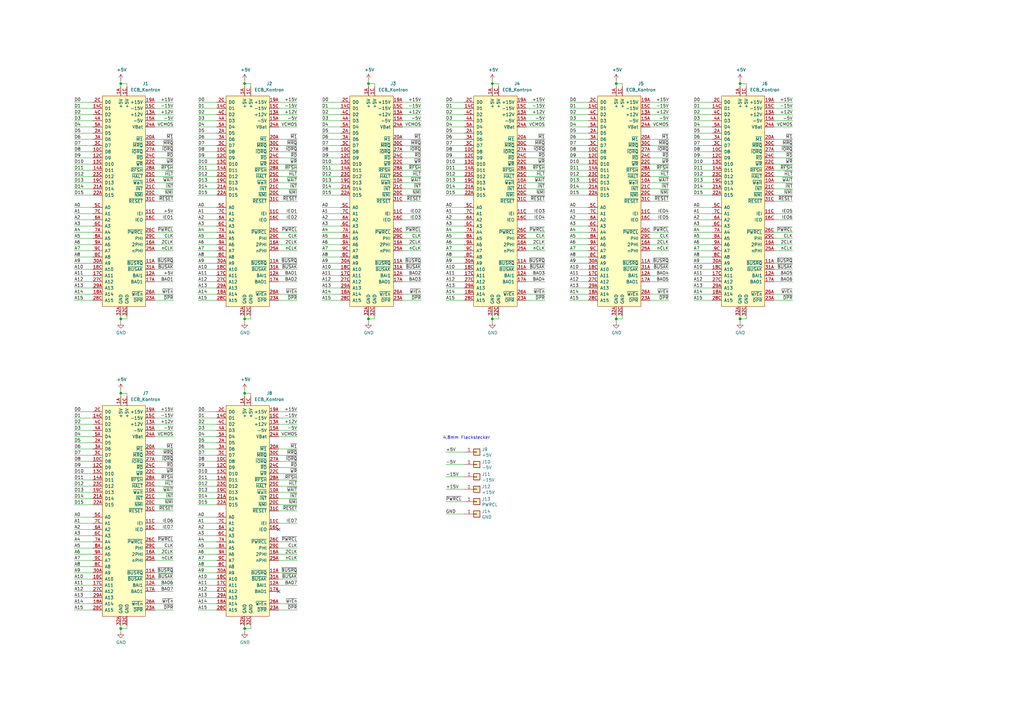
<source format=kicad_sch>
(kicad_sch (version 20230121) (generator eeschema)
  (paper "A3")
  (title_block (title "RackZ80 Backplane") (date "2021-03-17") (rev "1.0") (company "Jannik Kreucher"))
  (junction (at 100.33 257.81))
  (junction (at 49.53 130.81))
  (junction (at 49.53 161.29))
  (junction (at 252.73 130.81))
  (junction (at 100.33 161.29))
  (junction (at 49.53 257.81))
  (junction (at 49.53 34.29))
  (junction (at 303.53 34.29))
  (junction (at 100.33 130.81))
  (junction (at 303.53 130.81))
  (junction (at 151.13 130.81))
  (junction (at 100.33 34.29))
  (junction (at 201.93 34.29))
  (junction (at 252.73 34.29))
  (junction (at 151.13 34.29))
  (junction (at 201.93 130.81))
  (no_connect (at 114.3 217.17))
  (no_connect (at 114.3 242.57))
  (wire (pts (xy 190.5 59.69) (xy 182.88 59.69)))
  (wire (pts (xy 165.1 82.55) (xy 172.72 82.55)))
  (wire (pts (xy 114.3 224.79) (xy 121.92 224.79)))
  (wire (pts (xy 114.3 41.91) (xy 121.92 41.91)))
  (wire (pts (xy 88.9 222.25) (xy 81.28 222.25)))
  (wire (pts (xy 38.1 242.57) (xy 30.48 242.57)))
  (wire (pts (xy 190.5 80.01) (xy 182.88 80.01)))
  (wire (pts (xy 215.9 82.55) (xy 223.52 82.55)))
  (wire (pts (xy 241.3 77.47) (xy 233.68 77.47)))
  (wire (pts (xy 38.1 250.19) (xy 30.48 250.19)))
  (wire (pts (xy 88.9 115.57) (xy 81.28 115.57)))
  (wire (pts (xy 201.93 34.29) (xy 201.93 35.56)))
  (wire (pts (xy 190.5 67.31) (xy 182.88 67.31)))
  (wire (pts (xy 63.5 189.23) (xy 71.12 189.23)))
  (wire (pts (xy 165.1 107.95) (xy 172.72 107.95)))
  (wire (pts (xy 201.93 33.02) (xy 201.93 34.29)))
  (wire (pts (xy 49.53 257.81) (xy 49.53 259.08)))
  (wire (pts (xy 38.1 105.41) (xy 30.48 105.41)))
  (wire (pts (xy 88.9 181.61) (xy 81.28 181.61)))
  (wire (pts (xy 63.5 102.87) (xy 71.12 102.87)))
  (wire (pts (xy 241.3 67.31) (xy 233.68 67.31)))
  (wire (pts (xy 63.5 59.69) (xy 71.12 59.69)))
  (wire (pts (xy 165.1 46.99) (xy 172.72 46.99)))
  (wire (pts (xy 88.9 204.47) (xy 81.28 204.47)))
  (wire (pts (xy 215.9 57.15) (xy 223.52 57.15)))
  (wire (pts (xy 63.5 69.85) (xy 71.12 69.85)))
  (wire (pts (xy 49.53 256.54) (xy 49.53 257.81)))
  (wire (pts (xy 63.5 186.69) (xy 71.12 186.69)))
  (wire (pts (xy 266.7 100.33) (xy 274.32 100.33)))
  (wire (pts (xy 215.9 95.25) (xy 223.52 95.25)))
  (wire (pts (xy 190.5 87.63) (xy 182.88 87.63)))
  (wire (pts (xy 317.5 90.17) (xy 325.12 90.17)))
  (wire (pts (xy 165.1 59.69) (xy 172.72 59.69)))
  (wire (pts (xy 317.5 46.99) (xy 325.12 46.99)))
  (wire (pts (xy 88.9 240.03) (xy 81.28 240.03)))
  (wire (pts (xy 38.1 176.53) (xy 30.48 176.53)))
  (wire (pts (xy 165.1 90.17) (xy 172.72 90.17)))
  (wire (pts (xy 165.1 52.07) (xy 172.72 52.07)))
  (wire (pts (xy 38.1 186.69) (xy 30.48 186.69)))
  (wire (pts (xy 100.33 34.29) (xy 100.33 35.56)))
  (wire (pts (xy 139.7 57.15) (xy 132.08 57.15)))
  (wire (pts (xy 38.1 194.31) (xy 30.48 194.31)))
  (wire (pts (xy 38.1 204.47) (xy 30.48 204.47)))
  (wire (pts (xy 63.5 176.53) (xy 71.12 176.53)))
  (wire (pts (xy 241.3 87.63) (xy 233.68 87.63)))
  (wire (pts (xy 114.3 191.77) (xy 121.92 191.77)))
  (wire (pts (xy 292.1 41.91) (xy 284.48 41.91)))
  (wire (pts (xy 114.3 69.85) (xy 121.92 69.85)))
  (wire (pts (xy 114.3 234.95) (xy 121.92 234.95)))
  (wire (pts (xy 241.3 118.11) (xy 233.68 118.11)))
  (wire (pts (xy 102.87 130.81) (xy 100.33 130.81)))
  (wire (pts (xy 241.3 105.41) (xy 233.68 105.41)))
  (wire (pts (xy 252.73 130.81) (xy 252.73 132.08)))
  (wire (pts (xy 88.9 234.95) (xy 81.28 234.95)))
  (wire (pts (xy 114.3 207.01) (xy 121.92 207.01)))
  (wire (pts (xy 88.9 100.33) (xy 81.28 100.33)))
  (wire (pts (xy 317.5 49.53) (xy 325.12 49.53)))
  (wire (pts (xy 292.1 118.11) (xy 284.48 118.11)))
  (wire (pts (xy 38.1 87.63) (xy 30.48 87.63)))
  (wire (pts (xy 38.1 212.09) (xy 30.48 212.09)))
  (wire (pts (xy 114.3 44.45) (xy 121.92 44.45)))
  (wire (pts (xy 139.7 92.71) (xy 132.08 92.71)))
  (wire (pts (xy 88.9 69.85) (xy 81.28 69.85)))
  (wire (pts (xy 63.5 247.65) (xy 71.12 247.65)))
  (wire (pts (xy 266.7 115.57) (xy 274.32 115.57)))
  (wire (pts (xy 88.9 59.69) (xy 81.28 59.69)))
  (wire (pts (xy 292.1 72.39) (xy 284.48 72.39)))
  (wire (pts (xy 88.9 245.11) (xy 81.28 245.11)))
  (wire (pts (xy 139.7 69.85) (xy 132.08 69.85)))
  (wire (pts (xy 190.5 77.47) (xy 182.88 77.47)))
  (wire (pts (xy 139.7 49.53) (xy 132.08 49.53)))
  (wire (pts (xy 241.3 110.49) (xy 233.68 110.49)))
  (wire (pts (xy 114.3 173.99) (xy 121.92 173.99)))
  (wire (pts (xy 63.5 234.95) (xy 71.12 234.95)))
  (wire (pts (xy 182.88 195.58) (xy 190.5 195.58)))
  (wire (pts (xy 266.7 57.15) (xy 274.32 57.15)))
  (wire (pts (xy 190.5 44.45) (xy 182.88 44.45)))
  (wire (pts (xy 88.9 242.57) (xy 81.28 242.57)))
  (wire (pts (xy 114.3 64.77) (xy 121.92 64.77)))
  (wire (pts (xy 215.9 97.79) (xy 223.52 97.79)))
  (wire (pts (xy 63.5 49.53) (xy 71.12 49.53)))
  (wire (pts (xy 190.5 107.95) (xy 182.88 107.95)))
  (wire (pts (xy 190.5 41.91) (xy 182.88 41.91)))
  (wire (pts (xy 88.9 217.17) (xy 81.28 217.17)))
  (wire (pts (xy 88.9 199.39) (xy 81.28 199.39)))
  (wire (pts (xy 292.1 57.15) (xy 284.48 57.15)))
  (wire (pts (xy 139.7 54.61) (xy 132.08 54.61)))
  (wire (pts (xy 266.7 123.19) (xy 274.32 123.19)))
  (wire (pts (xy 63.5 201.93) (xy 71.12 201.93)))
  (wire (pts (xy 63.5 87.63) (xy 71.12 87.63)))
  (wire (pts (xy 317.5 82.55) (xy 325.12 82.55)))
  (wire (pts (xy 292.1 80.01) (xy 284.48 80.01)))
  (wire (pts (xy 215.9 64.77) (xy 223.52 64.77)))
  (wire (pts (xy 215.9 113.03) (xy 223.52 113.03)))
  (wire (pts (xy 38.1 64.77) (xy 30.48 64.77)))
  (wire (pts (xy 38.1 62.23) (xy 30.48 62.23)))
  (wire (pts (xy 38.1 69.85) (xy 30.48 69.85)))
  (wire (pts (xy 241.3 44.45) (xy 233.68 44.45)))
  (wire (pts (xy 153.67 35.56) (xy 153.67 34.29)))
  (wire (pts (xy 252.73 129.54) (xy 252.73 130.81)))
  (wire (pts (xy 63.5 199.39) (xy 71.12 199.39)))
  (wire (pts (xy 292.1 85.09) (xy 284.48 85.09)))
  (wire (pts (xy 292.1 52.07) (xy 284.48 52.07)))
  (wire (pts (xy 317.5 107.95) (xy 325.12 107.95)))
  (wire (pts (xy 38.1 179.07) (xy 30.48 179.07)))
  (wire (pts (xy 114.3 237.49) (xy 121.92 237.49)))
  (wire (pts (xy 38.1 247.65) (xy 30.48 247.65)))
  (wire (pts (xy 241.3 97.79) (xy 233.68 97.79)))
  (wire (pts (xy 165.1 62.23) (xy 172.72 62.23)))
  (wire (pts (xy 88.9 74.93) (xy 81.28 74.93)))
  (wire (pts (xy 215.9 69.85) (xy 223.52 69.85)))
  (wire (pts (xy 139.7 100.33) (xy 132.08 100.33)))
  (wire (pts (xy 139.7 62.23) (xy 132.08 62.23)))
  (wire (pts (xy 190.5 46.99) (xy 182.88 46.99)))
  (wire (pts (xy 266.7 46.99) (xy 274.32 46.99)))
  (wire (pts (xy 63.5 110.49) (xy 71.12 110.49)))
  (wire (pts (xy 266.7 74.93) (xy 274.32 74.93)))
  (wire (pts (xy 190.5 95.25) (xy 182.88 95.25)))
  (wire (pts (xy 63.5 222.25) (xy 71.12 222.25)))
  (wire (pts (xy 88.9 77.47) (xy 81.28 77.47)))
  (wire (pts (xy 204.47 130.81) (xy 201.93 130.81)))
  (wire (pts (xy 38.1 46.99) (xy 30.48 46.99)))
  (wire (pts (xy 190.5 49.53) (xy 182.88 49.53)))
  (wire (pts (xy 114.3 115.57) (xy 121.92 115.57)))
  (wire (pts (xy 303.53 33.02) (xy 303.53 34.29)))
  (wire (pts (xy 241.3 123.19) (xy 233.68 123.19)))
  (wire (pts (xy 38.1 181.61) (xy 30.48 181.61)))
  (wire (pts (xy 63.5 120.65) (xy 71.12 120.65)))
  (wire (pts (xy 63.5 82.55) (xy 71.12 82.55)))
  (wire (pts (xy 102.87 35.56) (xy 102.87 34.29)))
  (wire (pts (xy 266.7 72.39) (xy 274.32 72.39)))
  (wire (pts (xy 292.1 46.99) (xy 284.48 46.99)))
  (wire (pts (xy 241.3 120.65) (xy 233.68 120.65)))
  (wire (pts (xy 306.07 34.29) (xy 303.53 34.29)))
  (wire (pts (xy 317.5 77.47) (xy 325.12 77.47)))
  (wire (pts (xy 266.7 64.77) (xy 274.32 64.77)))
  (wire (pts (xy 190.5 118.11) (xy 182.88 118.11)))
  (wire (pts (xy 303.53 129.54) (xy 303.53 130.81)))
  (wire (pts (xy 38.1 245.11) (xy 30.48 245.11)))
  (wire (pts (xy 63.5 207.01) (xy 71.12 207.01)))
  (wire (pts (xy 139.7 95.25) (xy 132.08 95.25)))
  (wire (pts (xy 204.47 34.29) (xy 201.93 34.29)))
  (wire (pts (xy 151.13 130.81) (xy 151.13 132.08)))
  (wire (pts (xy 88.9 90.17) (xy 81.28 90.17)))
  (wire (pts (xy 63.5 52.07) (xy 71.12 52.07)))
  (wire (pts (xy 38.1 107.95) (xy 30.48 107.95)))
  (wire (pts (xy 255.27 130.81) (xy 252.73 130.81)))
  (wire (pts (xy 63.5 100.33) (xy 71.12 100.33)))
  (wire (pts (xy 88.9 95.25) (xy 81.28 95.25)))
  (wire (pts (xy 114.3 113.03) (xy 121.92 113.03)))
  (wire (pts (xy 88.9 54.61) (xy 81.28 54.61)))
  (wire (pts (xy 63.5 209.55) (xy 71.12 209.55)))
  (wire (pts (xy 88.9 184.15) (xy 81.28 184.15)))
  (wire (pts (xy 63.5 62.23) (xy 71.12 62.23)))
  (wire (pts (xy 190.5 105.41) (xy 182.88 105.41)))
  (wire (pts (xy 241.3 80.01) (xy 233.68 80.01)))
  (wire (pts (xy 252.73 34.29) (xy 252.73 35.56)))
  (wire (pts (xy 139.7 85.09) (xy 132.08 85.09)))
  (wire (pts (xy 241.3 54.61) (xy 233.68 54.61)))
  (wire (pts (xy 49.53 161.29) (xy 49.53 162.56)))
  (wire (pts (xy 114.3 80.01) (xy 121.92 80.01)))
  (wire (pts (xy 317.5 62.23) (xy 325.12 62.23)))
  (wire (pts (xy 190.5 123.19) (xy 182.88 123.19)))
  (wire (pts (xy 63.5 173.99) (xy 71.12 173.99)))
  (wire (pts (xy 201.93 129.54) (xy 201.93 130.81)))
  (wire (pts (xy 317.5 69.85) (xy 325.12 69.85)))
  (wire (pts (xy 292.1 49.53) (xy 284.48 49.53)))
  (wire (pts (xy 88.9 212.09) (xy 81.28 212.09)))
  (wire (pts (xy 139.7 87.63) (xy 132.08 87.63)))
  (wire (pts (xy 38.1 85.09) (xy 30.48 85.09)))
  (wire (pts (xy 266.7 80.01) (xy 274.32 80.01)))
  (wire (pts (xy 114.3 102.87) (xy 121.92 102.87)))
  (wire (pts (xy 88.9 168.91) (xy 81.28 168.91)))
  (wire (pts (xy 317.5 59.69) (xy 325.12 59.69)))
  (wire (pts (xy 52.07 34.29) (xy 49.53 34.29)))
  (wire (pts (xy 38.1 77.47) (xy 30.48 77.47)))
  (wire (pts (xy 38.1 41.91) (xy 30.48 41.91)))
  (wire (pts (xy 292.1 97.79) (xy 284.48 97.79)))
  (wire (pts (xy 317.5 57.15) (xy 325.12 57.15)))
  (wire (pts (xy 100.33 33.02) (xy 100.33 34.29)))
  (wire (pts (xy 317.5 44.45) (xy 325.12 44.45)))
  (wire (pts (xy 63.5 80.01) (xy 71.12 80.01)))
  (wire (pts (xy 49.53 160.02) (xy 49.53 161.29)))
  (wire (pts (xy 139.7 107.95) (xy 132.08 107.95)))
  (wire (pts (xy 114.3 247.65) (xy 121.92 247.65)))
  (wire (pts (xy 266.7 59.69) (xy 274.32 59.69)))
  (wire (pts (xy 114.3 67.31) (xy 121.92 67.31)))
  (wire (pts (xy 63.5 41.91) (xy 71.12 41.91)))
  (wire (pts (xy 63.5 217.17) (xy 71.12 217.17)))
  (wire (pts (xy 49.53 33.02) (xy 49.53 34.29)))
  (wire (pts (xy 215.9 74.93) (xy 223.52 74.93)))
  (wire (pts (xy 88.9 194.31) (xy 81.28 194.31)))
  (wire (pts (xy 63.5 242.57) (xy 71.12 242.57)))
  (wire (pts (xy 306.07 130.81) (xy 303.53 130.81)))
  (wire (pts (xy 114.3 204.47) (xy 121.92 204.47)))
  (wire (pts (xy 38.1 72.39) (xy 30.48 72.39)))
  (wire (pts (xy 63.5 227.33) (xy 71.12 227.33)))
  (wire (pts (xy 241.3 115.57) (xy 233.68 115.57)))
  (wire (pts (xy 165.1 69.85) (xy 172.72 69.85)))
  (wire (pts (xy 204.47 129.54) (xy 204.47 130.81)))
  (wire (pts (xy 114.3 186.69) (xy 121.92 186.69)))
  (wire (pts (xy 153.67 129.54) (xy 153.67 130.81)))
  (wire (pts (xy 139.7 67.31) (xy 132.08 67.31)))
  (wire (pts (xy 88.9 102.87) (xy 81.28 102.87)))
  (wire (pts (xy 63.5 123.19) (xy 71.12 123.19)))
  (wire (pts (xy 88.9 92.71) (xy 81.28 92.71)))
  (wire (pts (xy 139.7 46.99) (xy 132.08 46.99)))
  (wire (pts (xy 88.9 186.69) (xy 81.28 186.69)))
  (wire (pts (xy 266.7 87.63) (xy 274.32 87.63)))
  (wire (pts (xy 49.53 130.81) (xy 49.53 132.08)))
  (wire (pts (xy 38.1 234.95) (xy 30.48 234.95)))
  (wire (pts (xy 88.9 85.09) (xy 81.28 85.09)))
  (wire (pts (xy 52.07 162.56) (xy 52.07 161.29)))
  (wire (pts (xy 139.7 90.17) (xy 132.08 90.17)))
  (wire (pts (xy 114.3 57.15) (xy 121.92 57.15)))
  (wire (pts (xy 317.5 97.79) (xy 325.12 97.79)))
  (wire (pts (xy 241.3 41.91) (xy 233.68 41.91)))
  (wire (pts (xy 303.53 34.29) (xy 303.53 35.56)))
  (wire (pts (xy 182.88 185.42) (xy 190.5 185.42)))
  (wire (pts (xy 88.9 64.77) (xy 81.28 64.77)))
  (wire (pts (xy 38.1 224.79) (xy 30.48 224.79)))
  (wire (pts (xy 38.1 57.15) (xy 30.48 57.15)))
  (wire (pts (xy 165.1 67.31) (xy 172.72 67.31)))
  (wire (pts (xy 317.5 72.39) (xy 325.12 72.39)))
  (wire (pts (xy 165.1 100.33) (xy 172.72 100.33)))
  (wire (pts (xy 114.3 199.39) (xy 121.92 199.39)))
  (wire (pts (xy 52.07 161.29) (xy 49.53 161.29)))
  (wire (pts (xy 317.5 87.63) (xy 325.12 87.63)))
  (wire (pts (xy 88.9 62.23) (xy 81.28 62.23)))
  (wire (pts (xy 38.1 80.01) (xy 30.48 80.01)))
  (wire (pts (xy 165.1 44.45) (xy 172.72 44.45)))
  (wire (pts (xy 266.7 49.53) (xy 274.32 49.53)))
  (wire (pts (xy 190.5 90.17) (xy 182.88 90.17)))
  (wire (pts (xy 317.5 64.77) (xy 325.12 64.77)))
  (wire (pts (xy 114.3 97.79) (xy 121.92 97.79)))
  (wire (pts (xy 317.5 100.33) (xy 325.12 100.33)))
  (wire (pts (xy 292.1 77.47) (xy 284.48 77.47)))
  (wire (pts (xy 38.1 118.11) (xy 30.48 118.11)))
  (wire (pts (xy 114.3 87.63) (xy 121.92 87.63)))
  (wire (pts (xy 38.1 120.65) (xy 30.48 120.65)))
  (wire (pts (xy 215.9 123.19) (xy 223.52 123.19)))
  (wire (pts (xy 114.3 229.87) (xy 121.92 229.87)))
  (wire (pts (xy 241.3 102.87) (xy 233.68 102.87)))
  (wire (pts (xy 38.1 227.33) (xy 30.48 227.33)))
  (wire (pts (xy 190.5 52.07) (xy 182.88 52.07)))
  (wire (pts (xy 114.3 194.31) (xy 121.92 194.31)))
  (wire (pts (xy 38.1 219.71) (xy 30.48 219.71)))
  (wire (pts (xy 88.9 219.71) (xy 81.28 219.71)))
  (wire (pts (xy 38.1 191.77) (xy 30.48 191.77)))
  (wire (pts (xy 38.1 184.15) (xy 30.48 184.15)))
  (wire (pts (xy 241.3 85.09) (xy 233.68 85.09)))
  (wire (pts (xy 266.7 67.31) (xy 274.32 67.31)))
  (wire (pts (xy 63.5 237.49) (xy 71.12 237.49)))
  (wire (pts (xy 88.9 113.03) (xy 81.28 113.03)))
  (wire (pts (xy 139.7 115.57) (xy 132.08 115.57)))
  (wire (pts (xy 88.9 57.15) (xy 81.28 57.15)))
  (wire (pts (xy 88.9 123.19) (xy 81.28 123.19)))
  (wire (pts (xy 204.47 35.56) (xy 204.47 34.29)))
  (wire (pts (xy 165.1 123.19) (xy 172.72 123.19)))
  (wire (pts (xy 303.53 130.81) (xy 303.53 132.08)))
  (wire (pts (xy 190.5 69.85) (xy 182.88 69.85)))
  (wire (pts (xy 139.7 120.65) (xy 132.08 120.65)))
  (wire (pts (xy 38.1 189.23) (xy 30.48 189.23)))
  (wire (pts (xy 190.5 120.65) (xy 182.88 120.65)))
  (wire (pts (xy 190.5 74.93) (xy 182.88 74.93)))
  (wire (pts (xy 139.7 102.87) (xy 132.08 102.87)))
  (wire (pts (xy 38.1 97.79) (xy 30.48 97.79)))
  (wire (pts (xy 317.5 41.91) (xy 325.12 41.91)))
  (wire (pts (xy 292.1 95.25) (xy 284.48 95.25)))
  (wire (pts (xy 114.3 201.93) (xy 121.92 201.93)))
  (wire (pts (xy 165.1 74.93) (xy 172.72 74.93)))
  (wire (pts (xy 114.3 62.23) (xy 121.92 62.23)))
  (wire (pts (xy 241.3 107.95) (xy 233.68 107.95)))
  (wire (pts (xy 241.3 62.23) (xy 233.68 62.23)))
  (wire (pts (xy 241.3 69.85) (xy 233.68 69.85)))
  (wire (pts (xy 114.3 250.19) (xy 121.92 250.19)))
  (wire (pts (xy 63.5 46.99) (xy 71.12 46.99)))
  (wire (pts (xy 292.1 59.69) (xy 284.48 59.69)))
  (wire (pts (xy 182.88 210.82) (xy 190.5 210.82)))
  (wire (pts (xy 114.3 46.99) (xy 121.92 46.99)))
  (wire (pts (xy 215.9 120.65) (xy 223.52 120.65)))
  (wire (pts (xy 88.9 171.45) (xy 81.28 171.45)))
  (wire (pts (xy 292.1 54.61) (xy 284.48 54.61)))
  (wire (pts (xy 139.7 77.47) (xy 132.08 77.47)))
  (wire (pts (xy 190.5 115.57) (xy 182.88 115.57)))
  (wire (pts (xy 139.7 123.19) (xy 132.08 123.19)))
  (wire (pts (xy 215.9 77.47) (xy 223.52 77.47)))
  (wire (pts (xy 114.3 90.17) (xy 121.92 90.17)))
  (wire (pts (xy 139.7 105.41) (xy 132.08 105.41)))
  (wire (pts (xy 165.1 102.87) (xy 172.72 102.87)))
  (wire (pts (xy 63.5 240.03) (xy 71.12 240.03)))
  (wire (pts (xy 88.9 224.79) (xy 81.28 224.79)))
  (wire (pts (xy 100.33 257.81) (xy 100.33 259.08)))
  (wire (pts (xy 292.1 90.17) (xy 284.48 90.17)))
  (wire (pts (xy 88.9 196.85) (xy 81.28 196.85)))
  (wire (pts (xy 241.3 46.99) (xy 233.68 46.99)))
  (wire (pts (xy 52.07 35.56) (xy 52.07 34.29)))
  (wire (pts (xy 201.93 130.81) (xy 201.93 132.08)))
  (wire (pts (xy 306.07 35.56) (xy 306.07 34.29)))
  (wire (pts (xy 190.5 85.09) (xy 182.88 85.09)))
  (wire (pts (xy 139.7 74.93) (xy 132.08 74.93)))
  (wire (pts (xy 52.07 130.81) (xy 49.53 130.81)))
  (wire (pts (xy 38.1 237.49) (xy 30.48 237.49)))
  (wire (pts (xy 215.9 44.45) (xy 223.52 44.45)))
  (wire (pts (xy 63.5 72.39) (xy 71.12 72.39)))
  (wire (pts (xy 266.7 41.91) (xy 274.32 41.91)))
  (wire (pts (xy 63.5 196.85) (xy 71.12 196.85)))
  (wire (pts (xy 317.5 74.93) (xy 325.12 74.93)))
  (wire (pts (xy 165.1 57.15) (xy 172.72 57.15)))
  (wire (pts (xy 49.53 129.54) (xy 49.53 130.81)))
  (wire (pts (xy 266.7 107.95) (xy 274.32 107.95)))
  (wire (pts (xy 63.5 67.31) (xy 71.12 67.31)))
  (wire (pts (xy 88.9 120.65) (xy 81.28 120.65)))
  (wire (pts (xy 190.5 100.33) (xy 182.88 100.33)))
  (wire (pts (xy 215.9 80.01) (xy 223.52 80.01)))
  (wire (pts (xy 88.9 250.19) (xy 81.28 250.19)))
  (wire (pts (xy 165.1 95.25) (xy 172.72 95.25)))
  (wire (pts (xy 63.5 194.31) (xy 71.12 194.31)))
  (wire (pts (xy 38.1 229.87) (xy 30.48 229.87)))
  (wire (pts (xy 88.9 214.63) (xy 81.28 214.63)))
  (wire (pts (xy 139.7 118.11) (xy 132.08 118.11)))
  (wire (pts (xy 114.3 189.23) (xy 121.92 189.23)))
  (wire (pts (xy 182.88 205.74) (xy 190.5 205.74)))
  (wire (pts (xy 63.5 204.47) (xy 71.12 204.47)))
  (wire (pts (xy 165.1 115.57) (xy 172.72 115.57)))
  (wire (pts (xy 139.7 64.77) (xy 132.08 64.77)))
  (wire (pts (xy 88.9 118.11) (xy 81.28 118.11)))
  (wire (pts (xy 63.5 44.45) (xy 71.12 44.45)))
  (wire (pts (xy 88.9 72.39) (xy 81.28 72.39)))
  (wire (pts (xy 52.07 256.54) (xy 52.07 257.81)))
  (wire (pts (xy 38.1 232.41) (xy 30.48 232.41)))
  (wire (pts (xy 292.1 44.45) (xy 284.48 44.45)))
  (wire (pts (xy 215.9 59.69) (xy 223.52 59.69)))
  (wire (pts (xy 114.3 52.07) (xy 121.92 52.07)))
  (wire (pts (xy 292.1 105.41) (xy 284.48 105.41)))
  (wire (pts (xy 102.87 34.29) (xy 100.33 34.29)))
  (wire (pts (xy 100.33 129.54) (xy 100.33 130.81)))
  (wire (pts (xy 114.3 82.55) (xy 121.92 82.55)))
  (wire (pts (xy 266.7 120.65) (xy 274.32 120.65)))
  (wire (pts (xy 139.7 80.01) (xy 132.08 80.01)))
  (wire (pts (xy 38.1 196.85) (xy 30.48 196.85)))
  (wire (pts (xy 63.5 168.91) (xy 71.12 168.91)))
  (wire (pts (xy 88.9 201.93) (xy 81.28 201.93)))
  (wire (pts (xy 114.3 49.53) (xy 121.92 49.53)))
  (wire (pts (xy 63.5 191.77) (xy 71.12 191.77)))
  (wire (pts (xy 114.3 59.69) (xy 121.92 59.69)))
  (wire (pts (xy 38.1 102.87) (xy 30.48 102.87)))
  (wire (pts (xy 88.9 173.99) (xy 81.28 173.99)))
  (wire (pts (xy 38.1 115.57) (xy 30.48 115.57)))
  (wire (pts (xy 190.5 64.77) (xy 182.88 64.77)))
  (wire (pts (xy 266.7 77.47) (xy 274.32 77.47)))
  (wire (pts (xy 241.3 74.93) (xy 233.68 74.93)))
  (wire (pts (xy 292.1 115.57) (xy 284.48 115.57)))
  (wire (pts (xy 215.9 90.17) (xy 223.52 90.17)))
  (wire (pts (xy 63.5 184.15) (xy 71.12 184.15)))
  (wire (pts (xy 114.3 179.07) (xy 121.92 179.07)))
  (wire (pts (xy 255.27 35.56) (xy 255.27 34.29)))
  (wire (pts (xy 139.7 44.45) (xy 132.08 44.45)))
  (wire (pts (xy 63.5 113.03) (xy 71.12 113.03)))
  (wire (pts (xy 317.5 110.49) (xy 325.12 110.49)))
  (wire (pts (xy 88.9 87.63) (xy 81.28 87.63)))
  (wire (pts (xy 114.3 196.85) (xy 121.92 196.85)))
  (wire (pts (xy 190.5 110.49) (xy 182.88 110.49)))
  (wire (pts (xy 241.3 113.03) (xy 233.68 113.03)))
  (wire (pts (xy 266.7 52.07) (xy 274.32 52.07)))
  (wire (pts (xy 38.1 217.17) (xy 30.48 217.17)))
  (wire (pts (xy 255.27 129.54) (xy 255.27 130.81)))
  (wire (pts (xy 139.7 72.39) (xy 132.08 72.39)))
  (wire (pts (xy 266.7 110.49) (xy 274.32 110.49)))
  (wire (pts (xy 38.1 59.69) (xy 30.48 59.69)))
  (wire (pts (xy 252.73 33.02) (xy 252.73 34.29)))
  (wire (pts (xy 292.1 123.19) (xy 284.48 123.19)))
  (wire (pts (xy 215.9 67.31) (xy 223.52 67.31)))
  (wire (pts (xy 215.9 107.95) (xy 223.52 107.95)))
  (wire (pts (xy 215.9 110.49) (xy 223.52 110.49)))
  (wire (pts (xy 190.5 57.15) (xy 182.88 57.15)))
  (wire (pts (xy 241.3 100.33) (xy 233.68 100.33)))
  (wire (pts (xy 165.1 113.03) (xy 172.72 113.03)))
  (wire (pts (xy 306.07 129.54) (xy 306.07 130.81)))
  (wire (pts (xy 49.53 34.29) (xy 49.53 35.56)))
  (wire (pts (xy 38.1 95.25) (xy 30.48 95.25)))
  (wire (pts (xy 114.3 95.25) (xy 121.92 95.25)))
  (wire (pts (xy 292.1 87.63) (xy 284.48 87.63)))
  (wire (pts (xy 38.1 214.63) (xy 30.48 214.63)))
  (wire (pts (xy 292.1 74.93) (xy 284.48 74.93)))
  (wire (pts (xy 88.9 191.77) (xy 81.28 191.77)))
  (wire (pts (xy 114.3 214.63) (xy 121.92 214.63)))
  (wire (pts (xy 241.3 72.39) (xy 233.68 72.39)))
  (wire (pts (xy 215.9 46.99) (xy 223.52 46.99)))
  (wire (pts (xy 114.3 222.25) (xy 121.92 222.25)))
  (wire (pts (xy 88.9 52.07) (xy 81.28 52.07)))
  (wire (pts (xy 114.3 227.33) (xy 121.92 227.33)))
  (wire (pts (xy 241.3 92.71) (xy 233.68 92.71)))
  (wire (pts (xy 38.1 44.45) (xy 30.48 44.45)))
  (wire (pts (xy 88.9 80.01) (xy 81.28 80.01)))
  (wire (pts (xy 88.9 207.01) (xy 81.28 207.01)))
  (wire (pts (xy 88.9 49.53) (xy 81.28 49.53)))
  (wire (pts (xy 151.13 34.29) (xy 151.13 35.56)))
  (wire (pts (xy 100.33 130.81) (xy 100.33 132.08)))
  (wire (pts (xy 190.5 92.71) (xy 182.88 92.71)))
  (wire (pts (xy 317.5 120.65) (xy 325.12 120.65)))
  (wire (pts (xy 190.5 102.87) (xy 182.88 102.87)))
  (wire (pts (xy 114.3 72.39) (xy 121.92 72.39)))
  (wire (pts (xy 317.5 113.03) (xy 325.12 113.03)))
  (wire (pts (xy 63.5 74.93) (xy 71.12 74.93)))
  (wire (pts (xy 190.5 62.23) (xy 182.88 62.23)))
  (wire (pts (xy 266.7 82.55) (xy 274.32 82.55)))
  (wire (pts (xy 38.1 207.01) (xy 30.48 207.01)))
  (wire (pts (xy 317.5 95.25) (xy 325.12 95.25)))
  (wire (pts (xy 102.87 162.56) (xy 102.87 161.29)))
  (wire (pts (xy 88.9 44.45) (xy 81.28 44.45)))
  (wire (pts (xy 241.3 49.53) (xy 233.68 49.53)))
  (wire (pts (xy 88.9 107.95) (xy 81.28 107.95)))
  (wire (pts (xy 215.9 62.23) (xy 223.52 62.23)))
  (wire (pts (xy 241.3 57.15) (xy 233.68 57.15)))
  (wire (pts (xy 292.1 62.23) (xy 284.48 62.23)))
  (wire (pts (xy 38.1 168.91) (xy 30.48 168.91)))
  (wire (pts (xy 114.3 110.49) (xy 121.92 110.49)))
  (wire (pts (xy 266.7 97.79) (xy 274.32 97.79)))
  (wire (pts (xy 292.1 110.49) (xy 284.48 110.49)))
  (wire (pts (xy 100.33 256.54) (xy 100.33 257.81)))
  (wire (pts (xy 266.7 90.17) (xy 274.32 90.17)))
  (wire (pts (xy 52.07 257.81) (xy 49.53 257.81)))
  (wire (pts (xy 165.1 64.77) (xy 172.72 64.77)))
  (wire (pts (xy 102.87 256.54) (xy 102.87 257.81)))
  (wire (pts (xy 114.3 168.91) (xy 121.92 168.91)))
  (wire (pts (xy 63.5 229.87) (xy 71.12 229.87)))
  (wire (pts (xy 100.33 160.02) (xy 100.33 161.29)))
  (wire (pts (xy 139.7 113.03) (xy 132.08 113.03)))
  (wire (pts (xy 63.5 77.47) (xy 71.12 77.47)))
  (wire (pts (xy 63.5 64.77) (xy 71.12 64.77)))
  (wire (pts (xy 38.1 52.07) (xy 30.48 52.07)))
  (wire (pts (xy 139.7 52.07) (xy 132.08 52.07)))
  (wire (pts (xy 114.3 123.19) (xy 121.92 123.19)))
  (wire (pts (xy 38.1 90.17) (xy 30.48 90.17)))
  (wire (pts (xy 114.3 184.15) (xy 121.92 184.15)))
  (wire (pts (xy 215.9 115.57) (xy 223.52 115.57)))
  (wire (pts (xy 190.5 54.61) (xy 182.88 54.61)))
  (wire (pts (xy 182.88 190.5) (xy 190.5 190.5)))
  (wire (pts (xy 317.5 80.01) (xy 325.12 80.01)))
  (wire (pts (xy 63.5 224.79) (xy 71.12 224.79)))
  (wire (pts (xy 52.07 129.54) (xy 52.07 130.81)))
  (wire (pts (xy 292.1 107.95) (xy 284.48 107.95)))
  (wire (pts (xy 215.9 41.91) (xy 223.52 41.91)))
  (wire (pts (xy 88.9 46.99) (xy 81.28 46.99)))
  (wire (pts (xy 114.3 107.95) (xy 121.92 107.95)))
  (wire (pts (xy 63.5 115.57) (xy 71.12 115.57)))
  (wire (pts (xy 190.5 72.39) (xy 182.88 72.39)))
  (wire (pts (xy 241.3 64.77) (xy 233.68 64.77)))
  (wire (pts (xy 38.1 173.99) (xy 30.48 173.99)))
  (wire (pts (xy 266.7 69.85) (xy 274.32 69.85)))
  (wire (pts (xy 255.27 34.29) (xy 252.73 34.29)))
  (wire (pts (xy 114.3 120.65) (xy 121.92 120.65)))
  (wire (pts (xy 102.87 257.81) (xy 100.33 257.81)))
  (wire (pts (xy 165.1 49.53) (xy 172.72 49.53)))
  (wire (pts (xy 100.33 161.29) (xy 100.33 162.56)))
  (wire (pts (xy 88.9 229.87) (xy 81.28 229.87)))
  (wire (pts (xy 292.1 67.31) (xy 284.48 67.31)))
  (wire (pts (xy 292.1 113.03) (xy 284.48 113.03)))
  (wire (pts (xy 292.1 102.87) (xy 284.48 102.87)))
  (wire (pts (xy 182.88 200.66) (xy 190.5 200.66)))
  (wire (pts (xy 165.1 110.49) (xy 172.72 110.49)))
  (wire (pts (xy 215.9 87.63) (xy 223.52 87.63)))
  (wire (pts (xy 114.3 171.45) (xy 121.92 171.45)))
  (wire (pts (xy 165.1 80.01) (xy 172.72 80.01)))
  (wire (pts (xy 88.9 237.49) (xy 81.28 237.49)))
  (wire (pts (xy 241.3 52.07) (xy 233.68 52.07)))
  (wire (pts (xy 165.1 120.65) (xy 172.72 120.65)))
  (wire (pts (xy 292.1 92.71) (xy 284.48 92.71)))
  (wire (pts (xy 38.1 49.53) (xy 30.48 49.53)))
  (wire (pts (xy 139.7 110.49) (xy 132.08 110.49)))
  (wire (pts (xy 88.9 67.31) (xy 81.28 67.31)))
  (wire (pts (xy 215.9 102.87) (xy 223.52 102.87)))
  (wire (pts (xy 215.9 52.07) (xy 223.52 52.07)))
  (wire (pts (xy 153.67 130.81) (xy 151.13 130.81)))
  (wire (pts (xy 38.1 171.45) (xy 30.48 171.45)))
  (wire (pts (xy 63.5 97.79) (xy 71.12 97.79)))
  (wire (pts (xy 266.7 62.23) (xy 274.32 62.23)))
  (wire (pts (xy 38.1 123.19) (xy 30.48 123.19)))
  (wire (pts (xy 151.13 33.02) (xy 151.13 34.29)))
  (wire (pts (xy 63.5 95.25) (xy 71.12 95.25)))
  (wire (pts (xy 165.1 87.63) (xy 172.72 87.63)))
  (wire (pts (xy 139.7 41.91) (xy 132.08 41.91)))
  (wire (pts (xy 38.1 67.31) (xy 30.48 67.31)))
  (wire (pts (xy 317.5 102.87) (xy 325.12 102.87)))
  (wire (pts (xy 114.3 100.33) (xy 121.92 100.33)))
  (wire (pts (xy 38.1 100.33) (xy 30.48 100.33)))
  (wire (pts (xy 317.5 67.31) (xy 325.12 67.31)))
  (wire (pts (xy 88.9 105.41) (xy 81.28 105.41)))
  (wire (pts (xy 114.3 176.53) (xy 121.92 176.53)))
  (wire (pts (xy 88.9 189.23) (xy 81.28 189.23)))
  (wire (pts (xy 114.3 209.55) (xy 121.92 209.55)))
  (wire (pts (xy 153.67 34.29) (xy 151.13 34.29)))
  (wire (pts (xy 139.7 59.69) (xy 132.08 59.69)))
  (wire (pts (xy 292.1 100.33) (xy 284.48 100.33)))
  (wire (pts (xy 38.1 54.61) (xy 30.48 54.61)))
  (wire (pts (xy 38.1 92.71) (xy 30.48 92.71)))
  (wire (pts (xy 241.3 90.17) (xy 233.68 90.17)))
  (wire (pts (xy 63.5 171.45) (xy 71.12 171.45)))
  (wire (pts (xy 165.1 77.47) (xy 172.72 77.47)))
  (wire (pts (xy 241.3 59.69) (xy 233.68 59.69)))
  (wire (pts (xy 88.9 232.41) (xy 81.28 232.41)))
  (wire (pts (xy 63.5 57.15) (xy 71.12 57.15)))
  (wire (pts (xy 38.1 110.49) (xy 30.48 110.49)))
  (wire (pts (xy 63.5 107.95) (xy 71.12 107.95)))
  (wire (pts (xy 88.9 41.91) (xy 81.28 41.91)))
  (wire (pts (xy 292.1 120.65) (xy 284.48 120.65)))
  (wire (pts (xy 266.7 102.87) (xy 274.32 102.87)))
  (wire (pts (xy 38.1 222.25) (xy 30.48 222.25)))
  (wire (pts (xy 88.9 247.65) (xy 81.28 247.65)))
  (wire (pts (xy 114.3 74.93) (xy 121.92 74.93)))
  (wire (pts (xy 190.5 97.79) (xy 182.88 97.79)))
  (wire (pts (xy 102.87 129.54) (xy 102.87 130.81)))
  (wire (pts (xy 114.3 77.47) (xy 121.92 77.47)))
  (wire (pts (xy 88.9 179.07) (xy 81.28 179.07)))
  (wire (pts (xy 38.1 240.03) (xy 30.48 240.03)))
  (wire (pts (xy 63.5 214.63) (xy 71.12 214.63)))
  (wire (pts (xy 151.13 129.54) (xy 151.13 130.81)))
  (wire (pts (xy 292.1 69.85) (xy 284.48 69.85)))
  (wire (pts (xy 317.5 52.07) (xy 325.12 52.07)))
  (wire (pts (xy 266.7 44.45) (xy 274.32 44.45)))
  (wire (pts (xy 88.9 227.33) (xy 81.28 227.33)))
  (wire (pts (xy 38.1 201.93) (xy 30.48 201.93)))
  (wire (pts (xy 114.3 240.03) (xy 121.92 240.03)))
  (wire (pts (xy 139.7 97.79) (xy 132.08 97.79)))
  (wire (pts (xy 165.1 41.91) (xy 172.72 41.91)))
  (wire (pts (xy 190.5 113.03) (xy 182.88 113.03)))
  (wire (pts (xy 215.9 100.33) (xy 223.52 100.33)))
  (wire (pts (xy 317.5 123.19) (xy 325.12 123.19)))
  (wire (pts (xy 292.1 64.77) (xy 284.48 64.77)))
  (wire (pts (xy 88.9 176.53) (xy 81.28 176.53)))
  (wire (pts (xy 38.1 199.39) (xy 30.48 199.39)))
  (wire (pts (xy 88.9 97.79) (xy 81.28 97.79)))
  (wire (pts (xy 317.5 115.57) (xy 325.12 115.57)))
  (wire (pts (xy 63.5 179.07) (xy 71.12 179.07)))
  (wire (pts (xy 241.3 95.25) (xy 233.68 95.25)))
  (wire (pts (xy 215.9 72.39) (xy 223.52 72.39)))
  (wire (pts (xy 88.9 110.49) (xy 81.28 110.49)))
  (wire (pts (xy 266.7 113.03) (xy 274.32 113.03)))
  (wire (pts (xy 165.1 72.39) (xy 172.72 72.39)))
  (wire (pts (xy 266.7 95.25) (xy 274.32 95.25)))
  (wire (pts (xy 165.1 97.79) (xy 172.72 97.79)))
  (wire (pts (xy 215.9 49.53) (xy 223.52 49.53)))
  (wire (pts (xy 63.5 90.17) (xy 71.12 90.17)))
  (wire (pts (xy 38.1 74.93) (xy 30.48 74.93)))
  (wire (pts (xy 63.5 250.19) (xy 71.12 250.19)))
  (wire (pts (xy 38.1 113.03) (xy 30.48 113.03)))
  (wire (pts (xy 102.87 161.29) (xy 100.33 161.29)))
  (text "4,8mm Flackstecker" (at 181.61 180.34 0) (effects (font (size 1.27 1.27)) (justify left bottom)))
  (label "CLK" (at 274.32 97.79 180))
  (label "nCLK" (at 172.72 102.87 180))
  (label "A10" (at 81.28 110.49 0))
  (label "D0" (at 30.48 41.91 0))
  (label "A9" (at 233.68 107.95 0))
  (label "IEO1" (at 121.92 87.63 180))
  (label "~{RFSH}" (at 121.92 69.85 180))
  (label "A6" (at 233.68 100.33 0))
  (label "A4" (at 30.48 95.25 0))
  (label "~{M1}" (at 172.72 57.15 180))
  (label "D3" (at 132.08 49.53 0))
  (label "D9" (at 132.08 64.77 0))
  (label "D11" (at 30.48 69.85 0))
  (label "2CLK" (at 274.32 100.33 180))
  (label "A7" (at 284.48 102.87 0))
  (label "D10" (at 81.28 67.31 0))
  (label "D6" (at 284.48 57.15 0))
  (label "D9" (at 81.28 191.77 0))
  (label "D4" (at 132.08 52.07 0))
  (label "~{RESET}" (at 325.12 82.55 180))
  (label "A3" (at 284.48 92.71 0))
  (label "~{IORQ}" (at 325.12 62.23 180))
  (label "A5" (at 30.48 97.79 0))
  (label "-15V" (at 71.12 44.45 180))
  (label "BAO6" (at 71.12 240.03 180))
  (label "~{WR}" (at 325.12 67.31 180))
  (label "IEO2" (at 172.72 87.63 180))
  (label "~{NMI}" (at 71.12 80.01 180))
  (label "D13" (at 81.28 74.93 0))
  (label "+12V" (at 172.72 46.99 180))
  (label "D15" (at 284.48 80.01 0))
  (label "A9" (at 132.08 107.95 0))
  (label "A2" (at 81.28 90.17 0))
  (label "D8" (at 81.28 189.23 0))
  (label "nCLK" (at 121.92 102.87 180))
  (label "CLK" (at 71.12 224.79 180))
  (label "~{WAIT}" (at 325.12 74.93 180))
  (label "D2" (at 233.68 46.99 0))
  (label "~{NMI}" (at 121.92 80.01 180))
  (label "A2" (at 81.28 217.17 0))
  (label "A15" (at 132.08 123.19 0))
  (label "A11" (at 30.48 113.03 0))
  (label "A7" (at 182.88 102.87 0))
  (label "A6" (at 284.48 100.33 0))
  (label "A5" (at 284.48 97.79 0))
  (label "~{DPR}" (at 223.52 123.19 180))
  (label "D1" (at 233.68 44.45 0))
  (label "A11" (at 81.28 113.03 0))
  (label "~{HLT}" (at 71.12 199.39 180))
  (label "~{RFSH}" (at 71.12 196.85 180))
  (label "D5" (at 182.88 54.61 0))
  (label "A10" (at 284.48 110.49 0))
  (label "D4" (at 81.28 52.07 0))
  (label "A2" (at 30.48 90.17 0))
  (label "A1" (at 30.48 214.63 0))
  (label "IEO4" (at 223.52 90.17 180))
  (label "~{WR}" (at 121.92 67.31 180))
  (label "A12" (at 284.48 115.57 0))
  (label "~{DPR}" (at 71.12 250.19 180))
  (label "+12V" (at 325.12 46.99 180))
  (label "+12V" (at 71.12 46.99 180))
  (label "D14" (at 182.88 77.47 0))
  (label "~{WrEn}" (at 325.12 120.65 180))
  (label "A12" (at 233.68 115.57 0))
  (label "D15" (at 30.48 80.01 0))
  (label "BAO1" (at 71.12 115.57 180))
  (label "A1" (at 30.48 87.63 0))
  (label "BAO5" (at 274.32 115.57 180))
  (label "D13" (at 30.48 74.93 0))
  (label "A13" (at 81.28 118.11 0))
  (label "A5" (at 182.88 97.79 0))
  (label "-5V" (at 121.92 176.53 180))
  (label "D12" (at 30.48 72.39 0))
  (label "D1" (at 182.88 44.45 0))
  (label "-15V" (at 274.32 44.45 180))
  (label "A14" (at 30.48 120.65 0))
  (label "~{DPR}" (at 274.32 123.19 180))
  (label "D4" (at 284.48 52.07 0))
  (label "BAO2" (at 172.72 113.03 180))
  (label "A9" (at 284.48 107.95 0))
  (label "D3" (at 182.88 49.53 0))
  (label "A10" (at 233.68 110.49 0))
  (label "A11" (at 81.28 240.03 0))
  (label "A5" (at 30.48 224.79 0))
  (label "~{BUSAK}" (at 172.72 110.49 180))
  (label "~{DPR}" (at 325.12 123.19 180))
  (label "~{BUSAK}" (at 121.92 237.49 180))
  (label "+12V" (at 223.52 46.99 180))
  (label "D13" (at 182.88 74.93 0))
  (label "~{MRQ}" (at 325.12 59.69 180))
  (label "A4" (at 81.28 222.25 0))
  (label "D2" (at 30.48 173.99 0))
  (label "A11" (at 233.68 113.03 0))
  (label "A3" (at 30.48 219.71 0))
  (label "D5" (at 81.28 54.61 0))
  (label "-5V" (at 223.52 49.53 180))
  (label "A6" (at 81.28 227.33 0))
  (label "D5" (at 284.48 54.61 0))
  (label "~{RD}" (at 71.12 191.77 180))
  (label "~{WrEn}" (at 71.12 247.65 180))
  (label "nCLK" (at 71.12 102.87 180))
  (label "+15V" (at 223.52 41.91 180))
  (label "D1" (at 81.28 171.45 0))
  (label "~{WR}" (at 223.52 67.31 180))
  (label "D1" (at 30.48 44.45 0))
  (label "~{RD}" (at 223.52 64.77 180))
  (label "D0" (at 284.48 41.91 0))
  (label "-15V" (at 223.52 44.45 180))
  (label "~{RESET}" (at 71.12 82.55 180))
  (label "A9" (at 30.48 234.95 0))
  (label "~{PWRCL}" (at 223.52 95.25 180))
  (label "~{WrEn}" (at 121.92 247.65 180))
  (label "CLK" (at 121.92 224.79 180))
  (label "2CLK" (at 71.12 100.33 180))
  (label "D3" (at 81.28 176.53 0))
  (label "~{PWRCL}" (at 172.72 95.25 180))
  (label "nCLK" (at 71.12 229.87 180))
  (label "A2" (at 182.88 90.17 0))
  (label "~{BUSRQ}" (at 223.52 107.95 180))
  (label "-5V" (at 274.32 49.53 180))
  (label "A12" (at 132.08 115.57 0))
  (label "VCMOS" (at 274.32 52.07 180))
  (label "A4" (at 132.08 95.25 0))
  (label "A4" (at 233.68 95.25 0))
  (label "D8" (at 81.28 62.23 0))
  (label "BAO4" (at 223.52 115.57 180))
  (label "D9" (at 233.68 64.77 0))
  (label "D6" (at 233.68 57.15 0))
  (label "D8" (at 284.48 62.23 0))
  (label "A0" (at 30.48 85.09 0))
  (label "D3" (at 30.48 49.53 0))
  (label "D1" (at 30.48 171.45 0))
  (label "~{IORQ}" (at 274.32 62.23 180))
  (label "~{RFSH}" (at 71.12 69.85 180))
  (label "~{PWRCL}" (at 274.32 95.25 180))
  (label "D13" (at 81.28 201.93 0))
  (label "~{HLT}" (at 172.72 72.39 180))
  (label "A11" (at 182.88 113.03 0))
  (label "A0" (at 284.48 85.09 0))
  (label "D12" (at 81.28 72.39 0))
  (label "A15" (at 81.28 250.19 0))
  (label "D12" (at 30.48 199.39 0))
  (label "~{WR}" (at 274.32 67.31 180))
  (label "+12V" (at 274.32 46.99 180))
  (label "+15V" (at 71.12 41.91 180))
  (label "D0" (at 132.08 41.91 0))
  (label "~{RD}" (at 71.12 64.77 180))
  (label "~{M1}" (at 71.12 184.15 180))
  (label "A1" (at 182.88 87.63 0))
  (label "D15" (at 182.88 80.01 0))
  (label "A8" (at 132.08 105.41 0))
  (label "A5" (at 81.28 224.79 0))
  (label "A6" (at 30.48 227.33 0))
  (label "D14" (at 30.48 77.47 0))
  (label "D7" (at 30.48 59.69 0))
  (label "~{INT}" (at 121.92 204.47 180))
  (label "D14" (at 81.28 77.47 0))
  (label "CLK" (at 71.12 97.79 180))
  (label "D2" (at 132.08 46.99 0))
  (label "BAO3" (at 223.52 113.03 180))
  (label "A4" (at 30.48 222.25 0))
  (label "~{MRQ}" (at 71.12 186.69 180))
  (label "D5" (at 81.28 181.61 0))
  (label "D4" (at 81.28 179.07 0))
  (label "D7" (at 284.48 59.69 0))
  (label "A13" (at 81.28 245.11 0))
  (label "IEO7" (at 121.92 214.63 180))
  (label "CLK" (at 172.72 97.79 180))
  (label "A3" (at 81.28 219.71 0))
  (label "A8" (at 182.88 105.41 0))
  (label "A7" (at 30.48 102.87 0))
  (label "D3" (at 81.28 49.53 0))
  (label "~{NMI}" (at 71.12 207.01 180))
  (label "A2" (at 30.48 217.17 0))
  (label "~{WrEn}" (at 121.92 120.65 180))
  (label "~{NMI}" (at 121.92 207.01 180))
  (label "D5" (at 233.68 54.61 0))
  (label "D7" (at 182.88 59.69 0))
  (label "D9" (at 284.48 64.77 0))
  (label "A2" (at 132.08 90.17 0))
  (label "+15V" (at 121.92 41.91 180))
  (label "IEO5" (at 274.32 90.17 180))
  (label "VCMOS" (at 121.92 179.07 180))
  (label "~{BUSAK}" (at 325.12 110.49 180))
  (label "~{MRQ}" (at 121.92 59.69 180))
  (label "~{BUSRQ}" (at 121.92 234.95 180))
  (label "~{WAIT}" (at 223.52 74.93 180))
  (label "A7" (at 81.28 102.87 0))
  (label "~{RFSH}" (at 172.72 69.85 180))
  (label "~{RD}" (at 172.72 64.77 180))
  (label "BAO2" (at 121.92 115.57 180))
  (label "-15V" (at 121.92 171.45 180))
  (label "A8" (at 284.48 105.41 0))
  (label "~{BUSAK}" (at 121.92 110.49 180))
  (label "~{MRQ}" (at 274.32 59.69 180))
  (label "-5V" (at 325.12 49.53 180))
  (label "~{RD}" (at 121.92 191.77 180))
  (label "D13" (at 30.48 201.93 0))
  (label "~{WR}" (at 71.12 67.31 180))
  (label "D12" (at 284.48 72.39 0))
  (label "A10" (at 30.48 110.49 0))
  (label "A7" (at 30.48 229.87 0))
  (label "D11" (at 233.68 69.85 0))
  (label "D11" (at 182.88 69.85 0))
  (label "~{INT}" (at 71.12 204.47 180))
  (label "D9" (at 182.88 64.77 0))
  (label "A1" (at 233.68 87.63 0))
  (label "A12" (at 81.28 242.57 0))
  (label "A8" (at 233.68 105.41 0))
  (label "~{INT}" (at 325.12 77.47 180))
  (label "~{IORQ}" (at 71.12 62.23 180))
  (label "D2" (at 81.28 46.99 0))
  (label "~{RD}" (at 274.32 64.77 180))
  (label "D15" (at 81.28 207.01 0))
  (label "~{RFSH}" (at 325.12 69.85 180))
  (label "A11" (at 284.48 113.03 0))
  (label "D3" (at 233.68 49.53 0))
  (label "IEO6" (at 325.12 90.17 180))
  (label "+12V" (at 121.92 46.99 180))
  (label "~{WrEn}" (at 172.72 120.65 180))
  (label "~{BUSRQ}" (at 274.32 107.95 180))
  (label "+15V" (at 325.12 41.91 180))
  (label "~{BUSRQ}" (at 121.92 107.95 180))
  (label "A13" (at 30.48 118.11 0))
  (label "~{RESET}" (at 121.92 82.55 180))
  (label "D2" (at 284.48 46.99 0))
  (label "2CLK" (at 121.92 227.33 180))
  (label "BAO1" (at 121.92 113.03 180))
  (label "~{PWRCL}" (at 182.88 205.74 0))
  (label "GND" (at 182.88 210.82 0))
  (label "D12" (at 182.88 72.39 0))
  (label "D4" (at 182.88 52.07 0))
  (label "~{RESET}" (at 121.92 209.55 180))
  (label "+5V" (at 71.12 113.03 180))
  (label "D12" (at 233.68 72.39 0))
  (label "A11" (at 30.48 240.03 0))
  (label "~{RFSH}" (at 121.92 196.85 180))
  (label "~{WR}" (at 172.72 67.31 180))
  (label "D12" (at 81.28 199.39 0))
  (label "A8" (at 81.28 105.41 0))
  (label "A10" (at 182.88 110.49 0))
  (label "2CLK" (at 325.12 100.33 180))
  (label "A3" (at 30.48 92.71 0))
  (label "A3" (at 182.88 92.71 0))
  (label "D0" (at 30.48 168.91 0))
  (label "+5V" (at 71.12 87.63 180))
  (label "A1" (at 81.28 87.63 0))
  (label "D11" (at 284.48 69.85 0))
  (label "A15" (at 30.48 250.19 0))
  (label "D10" (at 30.48 67.31 0))
  (label "D10" (at 81.28 194.31 0))
  (label "A1" (at 132.08 87.63 0))
  (label "A15" (at 233.68 123.19 0))
  (label "~{MRQ}" (at 172.72 59.69 180))
  (label "-15V" (at 71.12 171.45 180))
  (label "A14" (at 81.28 247.65 0))
  (label "~{WAIT}" (at 172.72 74.93 180))
  (label "~{BUSAK}" (at 223.52 110.49 180))
  (label "D1" (at 81.28 44.45 0))
  (label "A0" (at 81.28 212.09 0))
  (label "~{PWRCL}" (at 325.12 95.25 180))
  (label "2CLK" (at 71.12 227.33 180))
  (label "BAO5" (at 325.12 113.03 180))
  (label "A13" (at 132.08 118.11 0))
  (label "~{BUSRQ}" (at 325.12 107.95 180))
  (label "VCMOS" (at 172.72 52.07 180))
  (label "A15" (at 182.88 123.19 0))
  (label "D14" (at 233.68 77.47 0))
  (label "A9" (at 81.28 107.95 0))
  (label "~{WR}" (at 71.12 194.31 180))
  (label "A7" (at 132.08 102.87 0))
  (label "~{RD}" (at 121.92 64.77 180))
  (label "A4" (at 182.88 95.25 0))
  (label "A0" (at 182.88 85.09 0))
  (label "D11" (at 81.28 69.85 0))
  (label "IEO6" (at 71.12 214.63 180))
  (label "~{BUSRQ}" (at 71.12 234.95 180))
  (label "D7" (at 132.08 59.69 0))
  (label "BAO6" (at 325.12 115.57 180))
  (label "+15V" (at 121.92 168.91 180))
  (label "~{WAIT}" (at 121.92 201.93 180))
  (label "BAO7" (at 121.92 240.03 180))
  (label "~{M1}" (at 71.12 57.15 180))
  (label "D6" (at 81.28 57.15 0))
  (label "D9" (at 30.48 64.77 0))
  (label "A10" (at 81.28 237.49 0))
  (label "D4" (at 233.68 52.07 0))
  (label "A14" (at 30.48 247.65 0))
  (label "~{PWRCL}" (at 121.92 222.25 180))
  (label "+15V" (at 182.88 200.66 0))
  (label "VCMOS" (at 223.52 52.07 180))
  (label "~{RFSH}" (at 223.52 69.85 180))
  (label "nCLK" (at 325.12 102.87 180))
  (label "A13" (at 284.48 118.11 0))
  (label "A4" (at 284.48 95.25 0))
  (label "D2" (at 182.88 46.99 0))
  (label "D1" (at 284.48 44.45 0))
  (label "A13" (at 30.48 245.11 0))
  (label "~{NMI}" (at 223.52 80.01 180))
  (label "+15V" (at 274.32 41.91 180))
  (label "A12" (at 30.48 115.57 0))
  (label "~{PWRCL}" (at 71.12 95.25 180))
  (label "D6" (at 132.08 57.15 0))
  (label "A10" (at 30.48 237.49 0))
  (label "~{BUSAK}" (at 71.12 237.49 180))
  (label "~{RESET}" (at 71.12 209.55 180))
  (label "D8" (at 182.88 62.23 0))
  (label "A0" (at 30.48 212.09 0))
  (label "A2" (at 284.48 90.17 0))
  (label "A3" (at 233.68 92.71 0))
  (label "D3" (at 284.48 49.53 0))
  (label "~{NMI}" (at 274.32 80.01 180))
  (label "A10" (at 132.08 110.49 0))
  (label "D8" (at 30.48 189.23 0))
  (label "D5" (at 132.08 54.61 0))
  (label "A14" (at 284.48 120.65 0))
  (label "D13" (at 132.08 74.93 0))
  (label "A14" (at 233.68 120.65 0))
  (label "~{WR}" (at 121.92 194.31 180))
  (label "D8" (at 30.48 62.23 0))
  (label "IEO4" (at 274.32 87.63 180))
  (label "~{HLT}" (at 274.32 72.39 180))
  (label "~{HLT}" (at 223.52 72.39 180))
  (label "~{MRQ}" (at 121.92 186.69 180))
  (label "2CLK" (at 223.52 100.33 180))
  (label "~{HLT}" (at 325.12 72.39 180))
  (label "A15" (at 81.28 123.19 0))
  (label "~{BUSAK}" (at 274.32 110.49 180))
  (label "A0" (at 81.28 85.09 0))
  (label "A6" (at 182.88 100.33 0))
  (label "D0" (at 182.88 41.91 0))
  (label "~{IORQ}" (at 121.92 189.23 180))
  (label "~{INT}" (at 274.32 77.47 180))
  (label "-15V" (at 182.88 195.58 0))
  (label "D6" (at 81.28 184.15 0))
  (label "~{HLT}" (at 71.12 72.39 180))
  (label "2CLK" (at 121.92 100.33 180))
  (label "~{WrEn}" (at 223.52 120.65 180))
  (label "D15" (at 132.08 80.01 0))
  (label "~{M1}" (at 121.92 184.15 180))
  (label "A8" (at 81.28 232.41 0))
  (label "D14" (at 284.48 77.47 0))
  (label "A13" (at 182.88 118.11 0))
  (label "+12V" (at 121.92 173.99 180))
  (label "D2" (at 81.28 173.99 0))
  (label "A1" (at 284.48 87.63 0))
  (label "-5V" (at 71.12 49.53 180))
  (label "~{HLT}" (at 121.92 72.39 180))
  (label "D11" (at 132.08 69.85 0))
  (label "A3" (at 132.08 92.71 0))
  (label "A12" (at 182.88 115.57 0))
  (label "D11" (at 81.28 196.85 0))
  (label "~{DPR}" (at 172.72 123.19 180))
  (label "A15" (at 30.48 123.19 0))
  (label "BAO3" (at 172.72 115.57 180))
  (label "VCMOS" (at 71.12 179.07 180))
  (label "~{WAIT}" (at 71.12 201.93 180))
  (label "A6" (at 30.48 100.33 0))
  (label "A12" (at 30.48 242.57 0))
  (label "IEO5" (at 325.12 87.63 180))
  (label "A5" (at 233.68 97.79 0))
  (label "A14" (at 182.88 120.65 0))
  (label "IEO7" (at 71.12 217.17 180))
  (label "A12" (at 81.28 115.57 0))
  (label "~{IORQ}" (at 223.52 62.23 180))
  (label "D6" (at 30.48 57.15 0))
  (label "BAO4" (at 274.32 113.03 180))
  (label "A5" (at 81.28 97.79 0))
  (label "nCLK" (at 274.32 102.87 180))
  (label "A11" (at 132.08 113.03 0))
  (label "~{BUSAK}" (at 71.12 110.49 180))
  (label "A8" (at 30.48 232.41 0))
  (label "IEO3" (at 223.52 87.63 180))
  (label "BAO7" (at 71.12 242.57 180))
  (label "~{RESET}" (at 274.32 82.55 180))
  (label "D4" (at 30.48 179.07 0))
  (label "nCLK" (at 121.92 229.87 180))
  (label "VCMOS" (at 71.12 52.07 180))
  (label "-5V" (at 121.92 49.53 180))
  (label "~{DPR}" (at 121.92 123.19 180))
  (label "~{M1}" (at 325.12 57.15 180))
  (label "-15V" (at 121.92 44.45 180))
  (label "~{IORQ}" (at 121.92 62.23 180))
  (label "D15" (at 81.28 80.01 0))
  (label "D15" (at 233.68 80.01 0))
  (label "D10" (at 182.88 67.31 0))
  (label "A5" (at 132.08 97.79 0))
  (label "A8" (at 30.48 105.41 0))
  (label "~{NMI}" (at 325.12 80.01 180))
  (label "VCMOS" (at 325.12 52.07 180))
  (label "A1" (at 81.28 214.63 0))
  (label "A14" (at 132.08 120.65 0))
  (label "D14" (at 81.28 204.47 0))
  (label "~{MRQ}" (at 71.12 59.69 180))
  (label "+15V" (at 172.72 41.91 180))
  (label "D10" (at 30.48 194.31 0))
  (label "nCLK" (at 223.52 102.87 180))
  (label "~{M1}" (at 274.32 57.15 180))
  (label "D15" (at 30.48 207.01 0))
  (label "IEO1" (at 71.12 90.17 180))
  (label "~{WAIT}" (at 121.92 74.93 180))
  (label "~{INT}" (at 223.52 77.47 180))
  (label "D10" (at 233.68 67.31 0))
  (label "~{RESET}" (at 172.72 82.55 180))
  (label "D3" (at 30.48 176.53 0))
  (label "~{IORQ}" (at 71.12 189.23 180))
  (label "D11" (at 30.48 196.85 0))
  (label "~{PWRCL}" (at 71.12 222.25 180))
  (label "D10" (at 284.48 67.31 0))
  (label "D0" (at 81.28 168.91 0))
  (label "~{WrEn}" (at 71.12 120.65 180))
  (label "D14" (at 30.48 204.47 0))
  (label "D10" (at 132.08 67.31 0))
  (label "D8" (at 132.08 62.23 0))
  (label "A7" (at 233.68 102.87 0))
  (label "~{NMI}" (at 172.72 80.01 180))
  (label "+12V" (at 71.12 173.99 180))
  (label "+5V" (at 182.88 185.42 0))
  (label "~{DPR}" (at 121.92 250.19 180))
  (label "-5V" (at 172.72 49.53 180))
  (label "A15" (at 284.48 123.19 0))
  (label "A9" (at 182.88 107.95 0))
  (label "D13" (at 284.48 74.93 0))
  (label "A9" (at 81.28 234.95 0))
  (label "~{RFSH}" (at 274.32 69.85 180))
  (label "D6" (at 182.88 57.15 0))
  (label "VCMOS" (at 121.92 52.07 180))
  (label "~{PWRCL}" (at 121.92 95.25 180))
  (label "D8" (at 233.68 62.23 0))
  (label "CLK" (at 325.12 97.79 180))
  (label "~{IORQ}" (at 172.72 62.23 180))
  (label "A4" (at 81.28 95.25 0))
  (label "IEO2" (at 121.92 90.17 180))
  (label "A0" (at 132.08 85.09 0))
  (label "-15V" (at 325.12 44.45 180))
  (label "-5V" (at 71.12 176.53 180))
  (label "+15V" (at 71.12 168.91 180))
  (label "~{INT}" (at 71.12 77.47 180))
  (label "A9" (at 30.48 107.95 0))
  (label "A6" (at 81.28 100.33 0))
  (label "~{WrEn}" (at 274.32 120.65 180))
  (label "D1" (at 132.08 44.45 0))
  (label "~{BUSRQ}" (at 172.72 107.95 180))
  (label "D7" (at 81.28 59.69 0))
  (label "CLK" (at 223.52 97.79 180))
  (label "A13" (at 233.68 118.11 0))
  (label "D9" (at 81.28 64.77 0))
  (label "IEO3" (at 172.72 90.17 180))
  (label "D14" (at 132.08 77.47 0))
  (label "~{RESET}" (at 223.52 82.55 180))
  (label "D13" (at 233.68 74.93 0))
  (label "~{M1}" (at 121.92 57.15 180))
  (label "~{INT}" (at 172.72 77.47 180))
  (label "~{WAIT}" (at 71.12 74.93 180))
  (label "~{DPR}" (at 71.12 123.19 180))
  (label "D9" (at 30.48 191.77 0))
  (label "2CLK" (at 172.72 100.33 180))
  (label "A3" (at 81.28 92.71 0))
  (label "~{WAIT}" (at 274.32 74.93 180))
  (label "-15V" (at 172.72 44.45 180))
  (label "D2" (at 30.48 46.99 0))
  (label "D0" (at 81.28 41.91 0))
  (label "~{INT}" (at 121.92 77.47 180))
  (label "~{BUSRQ}" (at 71.12 107.95 180))
  (label "D7" (at 30.48 186.69 0))
  (label "D4" (at 30.48 52.07 0))
  (label "D7" (at 81.28 186.69 0))
  (label "~{HLT}" (at 121.92 199.39 180))
  (label "~{RD}" (at 325.12 64.77 180))
  (label "A14" (at 81.28 120.65 0))
  (label "~{MRQ}" (at 223.52 59.69 180))
  (label "A6" (at 132.08 100.33 0))
  (label "D5" (at 30.48 54.61 0))
  (label "-5V" (at 182.88 190.5 0))
  (label "CLK" (at 121.92 97.79 180))
  (label "A2" (at 233.68 90.17 0))
  (label "D6" (at 30.48 184.15 0))
  (label "A7" (at 81.28 229.87 0))
  (label "D7" (at 233.68 59.69 0))
  (label "~{M1}" (at 223.52 57.15 180))
  (label "D5" (at 30.48 181.61 0))
  (label "D0" (at 233.68 41.91 0))
  (label "A0" (at 233.68 85.09 0))
  (label "D12" (at 132.08 72.39 0))
  (symbol (lib_id "RackZ80_Parts:ECB_Kontron") (at 50.8 82.55 0) (unit 1)
    (property "Reference" "J1" (at 59.69 34.29 0))
    (property "Value" "ECB_Kontron" (at 59.69 36.83 0))
    (property "Footprint" "rackz80_footprints:Eurocard_DIN41612_C64_Female" (effects hide))
    (property "Datasheet" "http://2jo.de/robotron/Kontron/KONz80.pdf" (effects hide))
  )
  (symbol (lib_id "power:GND") (at 49.53 132.08 0) (unit 1)
    (property "Reference" "#PWR07" (effects hide))
    (property "Value" "GND" (at 49.657 136.4742 0))
  )
  (symbol (lib_id "power:+5V") (at 49.53 33.02 0) (unit 1)
    (property "Reference" "#PWR01" (effects hide))
    (property "Value" "+5V" (at 49.911 28.6258 0))
  )
  (symbol (lib_id "RackZ80_Parts:ECB_Kontron") (at 101.6 82.55 0) (unit 1)
    (property "Reference" "J2" (at 110.49 34.29 0))
    (property "Value" "ECB_Kontron" (at 110.49 36.83 0))
    (property "Footprint" "rackz80_footprints:Eurocard_DIN41612_C64_Female" (effects hide))
    (property "Datasheet" "http://2jo.de/robotron/Kontron/KONz80.pdf" (effects hide))
  )
  (symbol (lib_id "power:GND") (at 100.33 132.08 0) (unit 1)
    (property "Reference" "#PWR08" (effects hide))
    (property "Value" "GND" (at 100.457 136.4742 0))
  )
  (symbol (lib_id "power:+5V") (at 100.33 33.02 0) (unit 1)
    (property "Reference" "#PWR02" (effects hide))
    (property "Value" "+5V" (at 100.711 28.6258 0))
  )
  (symbol (lib_id "RackZ80_Parts:ECB_Kontron") (at 152.4 82.55 0) (unit 1)
    (property "Reference" "J3" (at 161.29 34.29 0))
    (property "Value" "ECB_Kontron" (at 161.29 36.83 0))
    (property "Footprint" "rackz80_footprints:Eurocard_DIN41612_C64_Female" (effects hide))
    (property "Datasheet" "http://2jo.de/robotron/Kontron/KONz80.pdf" (effects hide))
  )
  (symbol (lib_id "power:GND") (at 151.13 132.08 0) (unit 1)
    (property "Reference" "#PWR09" (effects hide))
    (property "Value" "GND" (at 151.257 136.4742 0))
  )
  (symbol (lib_id "power:+5V") (at 151.13 33.02 0) (unit 1)
    (property "Reference" "#PWR03" (effects hide))
    (property "Value" "+5V" (at 151.511 28.6258 0))
  )
  (symbol (lib_id "RackZ80_Parts:ECB_Kontron") (at 203.2 82.55 0) (unit 1)
    (property "Reference" "J4" (at 212.09 34.29 0))
    (property "Value" "ECB_Kontron" (at 212.09 36.83 0))
    (property "Footprint" "rackz80_footprints:Eurocard_DIN41612_C64_Female" (effects hide))
    (property "Datasheet" "http://2jo.de/robotron/Kontron/KONz80.pdf" (effects hide))
  )
  (symbol (lib_id "power:GND") (at 201.93 132.08 0) (unit 1)
    (property "Reference" "#PWR010" (effects hide))
    (property "Value" "GND" (at 202.057 136.4742 0))
  )
  (symbol (lib_id "power:+5V") (at 201.93 33.02 0) (unit 1)
    (property "Reference" "#PWR04" (effects hide))
    (property "Value" "+5V" (at 202.311 28.6258 0))
  )
  (symbol (lib_id "Connector_Generic:Conn_01x01") (at 195.58 185.42 0) (unit 1)
    (property "Reference" "J9" (at 197.612 184.3532 0) (effects (justify left)))
    (property "Value" "+5V" (at 197.612 186.6646 0) (effects (justify left)))
    (property "Footprint" "rackz80_footprints:Flat_Spade_Connector_5.0mm" (effects hide))
  )
  (symbol (lib_id "Connector_Generic:Conn_01x01") (at 195.58 190.5 0) (unit 1)
    (property "Reference" "J10" (at 197.612 189.4332 0) (effects (justify left)))
    (property "Value" "-5V" (at 197.612 191.7446 0) (effects (justify left)))
    (property "Footprint" "rackz80_footprints:Flat_Spade_Connector_5.0mm" (effects hide))
  )
  (symbol (lib_id "Connector_Generic:Conn_01x01") (at 195.58 195.58 0) (unit 1)
    (property "Reference" "J11" (at 197.612 194.5132 0) (effects (justify left)))
    (property "Value" "-15V" (at 197.612 196.8246 0) (effects (justify left)))
    (property "Footprint" "rackz80_footprints:Flat_Spade_Connector_5.0mm" (effects hide))
  )
  (symbol (lib_id "Connector_Generic:Conn_01x01") (at 195.58 200.66 0) (unit 1)
    (property "Reference" "J12" (at 197.612 199.5932 0) (effects (justify left)))
    (property "Value" "+15V" (at 197.612 201.9046 0) (effects (justify left)))
    (property "Footprint" "rackz80_footprints:Flat_Spade_Connector_5.0mm" (effects hide))
  )
  (symbol (lib_id "Connector_Generic:Conn_01x01") (at 195.58 205.74 0) (unit 1)
    (property "Reference" "J13" (at 197.612 204.6732 0) (effects (justify left)))
    (property "Value" "PWRCL" (at 197.612 206.9846 0) (effects (justify left)))
    (property "Footprint" "rackz80_footprints:Flat_Spade_Connector_5.0mm" (effects hide))
  )
  (symbol (lib_id "Connector_Generic:Conn_01x01") (at 195.58 210.82 0) (unit 1)
    (property "Reference" "J14" (at 197.612 209.7532 0) (effects (justify left)))
    (property "Value" "GND" (at 197.612 212.0646 0) (effects (justify left)))
    (property "Footprint" "rackz80_footprints:Flat_Spade_Connector_5.0mm" (effects hide))
  )
  (symbol (lib_id "RackZ80_Parts:ECB_Kontron") (at 254 82.55 0) (unit 1)
    (property "Reference" "J5" (at 262.89 34.29 0))
    (property "Value" "ECB_Kontron" (at 262.89 36.83 0))
    (property "Footprint" "rackz80_footprints:Eurocard_DIN41612_C64_Female" (effects hide))
    (property "Datasheet" "http://2jo.de/robotron/Kontron/KONz80.pdf" (effects hide))
  )
  (symbol (lib_id "power:GND") (at 252.73 132.08 0) (unit 1)
    (property "Reference" "#PWR011" (effects hide))
    (property "Value" "GND" (at 252.857 136.4742 0))
  )
  (symbol (lib_id "power:+5V") (at 252.73 33.02 0) (unit 1)
    (property "Reference" "#PWR05" (effects hide))
    (property "Value" "+5V" (at 253.111 28.6258 0))
  )
  (symbol (lib_id "RackZ80_Parts:ECB_Kontron") (at 304.8 82.55 0) (unit 1)
    (property "Reference" "J6" (at 313.69 34.29 0))
    (property "Value" "ECB_Kontron" (at 313.69 36.83 0))
    (property "Footprint" "rackz80_footprints:Eurocard_DIN41612_C64_Female" (effects hide))
    (property "Datasheet" "http://2jo.de/robotron/Kontron/KONz80.pdf" (effects hide))
  )
  (symbol (lib_id "power:GND") (at 303.53 132.08 0) (unit 1)
    (property "Reference" "#PWR012" (effects hide))
    (property "Value" "GND" (at 303.657 136.4742 0))
  )
  (symbol (lib_id "power:+5V") (at 303.53 33.02 0) (unit 1)
    (property "Reference" "#PWR06" (effects hide))
    (property "Value" "+5V" (at 303.911 28.6258 0))
  )
  (symbol (lib_id "RackZ80_Parts:ECB_Kontron") (at 50.8 209.55 0) (unit 1)
    (property "Reference" "J7" (at 59.69 161.29 0))
    (property "Value" "ECB_Kontron" (at 59.69 163.83 0))
    (property "Footprint" "rackz80_footprints:Eurocard_DIN41612_C64_Female" (effects hide))
    (property "Datasheet" "http://2jo.de/robotron/Kontron/KONz80.pdf" (effects hide))
  )
  (symbol (lib_id "power:GND") (at 49.53 259.08 0) (unit 1)
    (property "Reference" "#PWR020" (effects hide))
    (property "Value" "GND" (at 49.657 263.4742 0))
  )
  (symbol (lib_id "power:+5V") (at 49.53 160.02 0) (unit 1)
    (property "Reference" "#PWR013" (effects hide))
    (property "Value" "+5V" (at 49.911 155.6258 0))
  )
  (symbol (lib_id "RackZ80_Parts:ECB_Kontron") (at 101.6 209.55 0) (unit 1)
    (property "Reference" "J8" (at 110.49 161.29 0))
    (property "Value" "ECB_Kontron" (at 110.49 163.83 0))
    (property "Footprint" "rackz80_footprints:Eurocard_DIN41612_C64_Female" (effects hide))
    (property "Datasheet" "http://2jo.de/robotron/Kontron/KONz80.pdf" (effects hide))
  )
  (symbol (lib_id "power:GND") (at 100.33 259.08 0) (unit 1)
    (property "Reference" "#PWR021" (effects hide))
    (property "Value" "GND" (at 100.457 263.4742 0))
  )
  (symbol (lib_id "power:+5V") (at 100.33 160.02 0) (unit 1)
    (property "Reference" "#PWR014" (effects hide))
    (property "Value" "+5V" (at 100.711 155.6258 0))
  )
)
</source>
